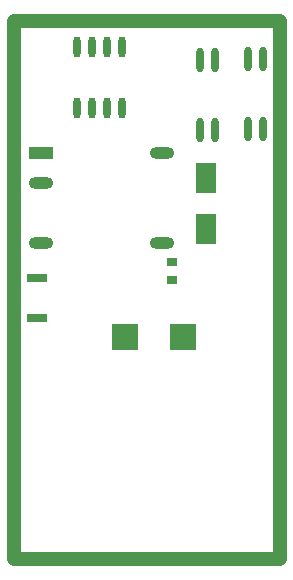
<source format=gtp>
%FSLAX25Y25*%
%MOIN*%
G70*
G01*
G75*
G04 Layer_Color=8421504*
%ADD10R,0.06890X0.10433*%
%ADD11R,0.08504X0.08898*%
%ADD12R,0.06693X0.02953*%
%ADD13R,0.08268X0.03937*%
%ADD14O,0.08268X0.03937*%
%ADD15O,0.02362X0.07087*%
%ADD16O,0.02362X0.08268*%
%ADD17R,0.03543X0.02756*%
%ADD18C,0.01000*%
%ADD19C,0.05000*%
%ADD20C,0.07000*%
%ADD21C,0.02000*%
%ADD22R,0.29000X0.24000*%
%ADD23R,0.30500X0.24000*%
%ADD24C,0.04724*%
G04:AMPARAMS|DCode=25|XSize=137.8mil|YSize=236.22mil|CornerRadius=34.45mil|HoleSize=0mil|Usage=FLASHONLY|Rotation=0.000|XOffset=0mil|YOffset=0mil|HoleType=Round|Shape=RoundedRectangle|*
%AMROUNDEDRECTD25*
21,1,0.13780,0.16732,0,0,0.0*
21,1,0.06890,0.23622,0,0,0.0*
1,1,0.06890,0.03445,-0.08366*
1,1,0.06890,-0.03445,-0.08366*
1,1,0.06890,-0.03445,0.08366*
1,1,0.06890,0.03445,0.08366*
%
%ADD25ROUNDEDRECTD25*%
G04:AMPARAMS|DCode=26|XSize=177.16mil|YSize=236.22mil|CornerRadius=44.29mil|HoleSize=0mil|Usage=FLASHONLY|Rotation=0.000|XOffset=0mil|YOffset=0mil|HoleType=Round|Shape=RoundedRectangle|*
%AMROUNDEDRECTD26*
21,1,0.17716,0.14764,0,0,0.0*
21,1,0.08858,0.23622,0,0,0.0*
1,1,0.08858,0.04429,-0.07382*
1,1,0.08858,-0.04429,-0.07382*
1,1,0.08858,-0.04429,0.07382*
1,1,0.08858,0.04429,0.07382*
%
%ADD26ROUNDEDRECTD26*%
G04:AMPARAMS|DCode=27|XSize=374.02mil|YSize=157.48mil|CornerRadius=39.37mil|HoleSize=0mil|Usage=FLASHONLY|Rotation=90.000|XOffset=0mil|YOffset=0mil|HoleType=Round|Shape=RoundedRectangle|*
%AMROUNDEDRECTD27*
21,1,0.37402,0.07874,0,0,90.0*
21,1,0.29528,0.15748,0,0,90.0*
1,1,0.07874,0.03937,0.14764*
1,1,0.07874,0.03937,-0.14764*
1,1,0.07874,-0.03937,-0.14764*
1,1,0.07874,-0.03937,0.14764*
%
%ADD27ROUNDEDRECTD27*%
G04:AMPARAMS|DCode=28|XSize=295.28mil|YSize=157.48mil|CornerRadius=39.37mil|HoleSize=0mil|Usage=FLASHONLY|Rotation=90.000|XOffset=0mil|YOffset=0mil|HoleType=Round|Shape=RoundedRectangle|*
%AMROUNDEDRECTD28*
21,1,0.29528,0.07874,0,0,90.0*
21,1,0.21654,0.15748,0,0,90.0*
1,1,0.07874,0.03937,0.10827*
1,1,0.07874,0.03937,-0.10827*
1,1,0.07874,-0.03937,-0.10827*
1,1,0.07874,-0.03937,0.10827*
%
%ADD28ROUNDEDRECTD28*%
%ADD29C,0.07874*%
%ADD30C,0.04500*%
%ADD31R,0.03150X0.03543*%
%ADD32R,0.03543X0.03150*%
%ADD33R,0.04528X0.02362*%
%ADD34R,0.02362X0.04528*%
%ADD35R,0.02756X0.03543*%
%ADD36R,0.05118X0.13189*%
%ADD37C,0.01500*%
%ADD38C,0.10000*%
%ADD39C,0.05500*%
%ADD40R,0.31000X0.24500*%
%ADD41R,0.30000X0.24000*%
%ADD42C,0.00787*%
%ADD43C,0.00984*%
%ADD44C,0.02362*%
%ADD45C,0.00600*%
D10*
X64000Y110035D02*
D03*
Y126965D02*
D03*
D11*
X56146Y74000D02*
D03*
X36854D02*
D03*
D12*
X7500Y80209D02*
D03*
Y93791D02*
D03*
D13*
X9000Y135500D02*
D03*
D14*
Y125500D02*
D03*
Y105500D02*
D03*
X49157Y135500D02*
D03*
Y105500D02*
D03*
D15*
X21000Y150264D02*
D03*
X26000D02*
D03*
X31000D02*
D03*
X36000D02*
D03*
X21000Y170736D02*
D03*
X26000D02*
D03*
X31000D02*
D03*
X36000D02*
D03*
D16*
X62000Y143173D02*
D03*
X67000D02*
D03*
X62000Y166402D02*
D03*
X67000D02*
D03*
X83000Y166614D02*
D03*
X78000D02*
D03*
X83000Y143386D02*
D03*
X78000D02*
D03*
D17*
X52500Y93047D02*
D03*
Y98953D02*
D03*
D24*
X0Y0D02*
Y179500D01*
Y0D02*
X88500D01*
X0Y179500D02*
X88500D01*
Y0D02*
Y179500D01*
M02*

</source>
